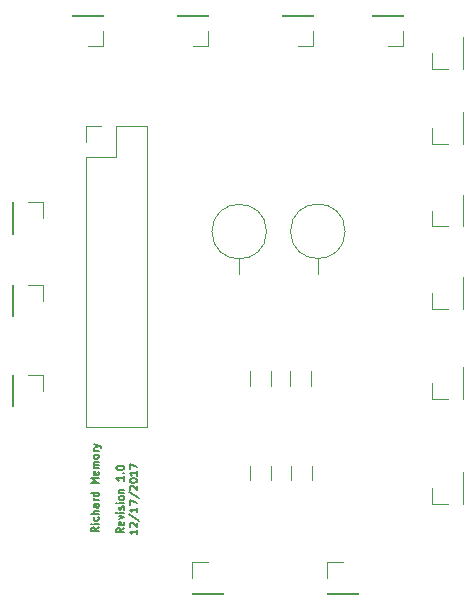
<source format=gbr>
G04 #@! TF.FileFunction,Legend,Top*
%FSLAX46Y46*%
G04 Gerber Fmt 4.6, Leading zero omitted, Abs format (unit mm)*
G04 Created by KiCad (PCBNEW 4.0.7-e2-6376~58~ubuntu16.04.1) date Mon Dec 18 21:23:22 2017*
%MOMM*%
%LPD*%
G01*
G04 APERTURE LIST*
%ADD10C,0.100000*%
%ADD11C,0.158750*%
%ADD12C,0.120000*%
G04 APERTURE END LIST*
D10*
D11*
X152284037Y-132294086D02*
X151981656Y-132505753D01*
X152284037Y-132656944D02*
X151649037Y-132656944D01*
X151649037Y-132415039D01*
X151679275Y-132354563D01*
X151709513Y-132324324D01*
X151769989Y-132294086D01*
X151860704Y-132294086D01*
X151921180Y-132324324D01*
X151951418Y-132354563D01*
X151981656Y-132415039D01*
X151981656Y-132656944D01*
X152253799Y-131780039D02*
X152284037Y-131840515D01*
X152284037Y-131961467D01*
X152253799Y-132021944D01*
X152193323Y-132052182D01*
X151951418Y-132052182D01*
X151890942Y-132021944D01*
X151860704Y-131961467D01*
X151860704Y-131840515D01*
X151890942Y-131780039D01*
X151951418Y-131749801D01*
X152011894Y-131749801D01*
X152072370Y-132052182D01*
X151860704Y-131538134D02*
X152284037Y-131386943D01*
X151860704Y-131235753D01*
X152284037Y-130993848D02*
X151860704Y-130993848D01*
X151649037Y-130993848D02*
X151679275Y-131024086D01*
X151709513Y-130993848D01*
X151679275Y-130963609D01*
X151649037Y-130993848D01*
X151709513Y-130993848D01*
X152253799Y-130721705D02*
X152284037Y-130661228D01*
X152284037Y-130540276D01*
X152253799Y-130479800D01*
X152193323Y-130449562D01*
X152163085Y-130449562D01*
X152102608Y-130479800D01*
X152072370Y-130540276D01*
X152072370Y-130630990D01*
X152042132Y-130691467D01*
X151981656Y-130721705D01*
X151951418Y-130721705D01*
X151890942Y-130691467D01*
X151860704Y-130630990D01*
X151860704Y-130540276D01*
X151890942Y-130479800D01*
X152284037Y-130177419D02*
X151860704Y-130177419D01*
X151649037Y-130177419D02*
X151679275Y-130207657D01*
X151709513Y-130177419D01*
X151679275Y-130147180D01*
X151649037Y-130177419D01*
X151709513Y-130177419D01*
X152284037Y-129784323D02*
X152253799Y-129844799D01*
X152223561Y-129875038D01*
X152163085Y-129905276D01*
X151981656Y-129905276D01*
X151921180Y-129875038D01*
X151890942Y-129844799D01*
X151860704Y-129784323D01*
X151860704Y-129693609D01*
X151890942Y-129633133D01*
X151921180Y-129602895D01*
X151981656Y-129572657D01*
X152163085Y-129572657D01*
X152223561Y-129602895D01*
X152253799Y-129633133D01*
X152284037Y-129693609D01*
X152284037Y-129784323D01*
X151860704Y-129300514D02*
X152284037Y-129300514D01*
X151921180Y-129300514D02*
X151890942Y-129270275D01*
X151860704Y-129209799D01*
X151860704Y-129119085D01*
X151890942Y-129058609D01*
X151951418Y-129028371D01*
X152284037Y-129028371D01*
X152284037Y-127909560D02*
X152284037Y-128272418D01*
X152284037Y-128090989D02*
X151649037Y-128090989D01*
X151739751Y-128151465D01*
X151800227Y-128211941D01*
X151830465Y-128272418D01*
X152223561Y-127637418D02*
X152253799Y-127607179D01*
X152284037Y-127637418D01*
X152253799Y-127667656D01*
X152223561Y-127637418D01*
X152284037Y-127637418D01*
X151649037Y-127214084D02*
X151649037Y-127153608D01*
X151679275Y-127093132D01*
X151709513Y-127062894D01*
X151769989Y-127032656D01*
X151890942Y-127002417D01*
X152042132Y-127002417D01*
X152163085Y-127032656D01*
X152223561Y-127062894D01*
X152253799Y-127093132D01*
X152284037Y-127153608D01*
X152284037Y-127214084D01*
X152253799Y-127274560D01*
X152223561Y-127304798D01*
X152163085Y-127335037D01*
X152042132Y-127365275D01*
X151890942Y-127365275D01*
X151769989Y-127335037D01*
X151709513Y-127304798D01*
X151679275Y-127274560D01*
X151649037Y-127214084D01*
X153395287Y-132445276D02*
X153395287Y-132808134D01*
X153395287Y-132626705D02*
X152760287Y-132626705D01*
X152851001Y-132687181D01*
X152911477Y-132747657D01*
X152941715Y-132808134D01*
X152820763Y-132203372D02*
X152790525Y-132173134D01*
X152760287Y-132112657D01*
X152760287Y-131961467D01*
X152790525Y-131900991D01*
X152820763Y-131870753D01*
X152881239Y-131840514D01*
X152941715Y-131840514D01*
X153032430Y-131870753D01*
X153395287Y-132233610D01*
X153395287Y-131840514D01*
X152730049Y-131114800D02*
X153546477Y-131659086D01*
X153395287Y-130570514D02*
X153395287Y-130933372D01*
X153395287Y-130751943D02*
X152760287Y-130751943D01*
X152851001Y-130812419D01*
X152911477Y-130872895D01*
X152941715Y-130933372D01*
X152760287Y-130358848D02*
X152760287Y-129935514D01*
X153395287Y-130207657D01*
X152730049Y-129240038D02*
X153546477Y-129784324D01*
X152820763Y-129058610D02*
X152790525Y-129028372D01*
X152760287Y-128967895D01*
X152760287Y-128816705D01*
X152790525Y-128756229D01*
X152820763Y-128725991D01*
X152881239Y-128695752D01*
X152941715Y-128695752D01*
X153032430Y-128725991D01*
X153395287Y-129088848D01*
X153395287Y-128695752D01*
X152760287Y-128302657D02*
X152760287Y-128242181D01*
X152790525Y-128181705D01*
X152820763Y-128151467D01*
X152881239Y-128121229D01*
X153002192Y-128090990D01*
X153153382Y-128090990D01*
X153274335Y-128121229D01*
X153334811Y-128151467D01*
X153365049Y-128181705D01*
X153395287Y-128242181D01*
X153395287Y-128302657D01*
X153365049Y-128363133D01*
X153334811Y-128393371D01*
X153274335Y-128423610D01*
X153153382Y-128453848D01*
X153002192Y-128453848D01*
X152881239Y-128423610D01*
X152820763Y-128393371D01*
X152790525Y-128363133D01*
X152760287Y-128302657D01*
X153395287Y-127486228D02*
X153395287Y-127849086D01*
X153395287Y-127667657D02*
X152760287Y-127667657D01*
X152851001Y-127728133D01*
X152911477Y-127788609D01*
X152941715Y-127849086D01*
X152760287Y-127274562D02*
X152760287Y-126851228D01*
X153395287Y-127123371D01*
X150147262Y-132216072D02*
X149844881Y-132427739D01*
X150147262Y-132578930D02*
X149512262Y-132578930D01*
X149512262Y-132337025D01*
X149542500Y-132276549D01*
X149572738Y-132246310D01*
X149633214Y-132216072D01*
X149723929Y-132216072D01*
X149784405Y-132246310D01*
X149814643Y-132276549D01*
X149844881Y-132337025D01*
X149844881Y-132578930D01*
X150147262Y-131943930D02*
X149723929Y-131943930D01*
X149512262Y-131943930D02*
X149542500Y-131974168D01*
X149572738Y-131943930D01*
X149542500Y-131913691D01*
X149512262Y-131943930D01*
X149572738Y-131943930D01*
X150117024Y-131369406D02*
X150147262Y-131429882D01*
X150147262Y-131550834D01*
X150117024Y-131611310D01*
X150086786Y-131641549D01*
X150026310Y-131671787D01*
X149844881Y-131671787D01*
X149784405Y-131641549D01*
X149754167Y-131611310D01*
X149723929Y-131550834D01*
X149723929Y-131429882D01*
X149754167Y-131369406D01*
X150147262Y-131097263D02*
X149512262Y-131097263D01*
X150147262Y-130825120D02*
X149814643Y-130825120D01*
X149754167Y-130855358D01*
X149723929Y-130915834D01*
X149723929Y-131006548D01*
X149754167Y-131067024D01*
X149784405Y-131097263D01*
X150147262Y-130250596D02*
X149814643Y-130250596D01*
X149754167Y-130280834D01*
X149723929Y-130341310D01*
X149723929Y-130462262D01*
X149754167Y-130522739D01*
X150117024Y-130250596D02*
X150147262Y-130311072D01*
X150147262Y-130462262D01*
X150117024Y-130522739D01*
X150056548Y-130552977D01*
X149996071Y-130552977D01*
X149935595Y-130522739D01*
X149905357Y-130462262D01*
X149905357Y-130311072D01*
X149875119Y-130250596D01*
X150147262Y-129948215D02*
X149723929Y-129948215D01*
X149844881Y-129948215D02*
X149784405Y-129917976D01*
X149754167Y-129887738D01*
X149723929Y-129827262D01*
X149723929Y-129766786D01*
X150147262Y-129282977D02*
X149512262Y-129282977D01*
X150117024Y-129282977D02*
X150147262Y-129343453D01*
X150147262Y-129464405D01*
X150117024Y-129524881D01*
X150086786Y-129555120D01*
X150026310Y-129585358D01*
X149844881Y-129585358D01*
X149784405Y-129555120D01*
X149754167Y-129524881D01*
X149723929Y-129464405D01*
X149723929Y-129343453D01*
X149754167Y-129282977D01*
X150147262Y-128496786D02*
X149512262Y-128496786D01*
X149965833Y-128285119D01*
X149512262Y-128073452D01*
X150147262Y-128073452D01*
X150117024Y-127529167D02*
X150147262Y-127589643D01*
X150147262Y-127710595D01*
X150117024Y-127771072D01*
X150056548Y-127801310D01*
X149814643Y-127801310D01*
X149754167Y-127771072D01*
X149723929Y-127710595D01*
X149723929Y-127589643D01*
X149754167Y-127529167D01*
X149814643Y-127498929D01*
X149875119Y-127498929D01*
X149935595Y-127801310D01*
X150147262Y-127226786D02*
X149723929Y-127226786D01*
X149784405Y-127226786D02*
X149754167Y-127196547D01*
X149723929Y-127136071D01*
X149723929Y-127045357D01*
X149754167Y-126984881D01*
X149814643Y-126954643D01*
X150147262Y-126954643D01*
X149814643Y-126954643D02*
X149754167Y-126924405D01*
X149723929Y-126863928D01*
X149723929Y-126773214D01*
X149754167Y-126712738D01*
X149814643Y-126682500D01*
X150147262Y-126682500D01*
X150147262Y-126289404D02*
X150117024Y-126349880D01*
X150086786Y-126380119D01*
X150026310Y-126410357D01*
X149844881Y-126410357D01*
X149784405Y-126380119D01*
X149754167Y-126349880D01*
X149723929Y-126289404D01*
X149723929Y-126198690D01*
X149754167Y-126138214D01*
X149784405Y-126107976D01*
X149844881Y-126077738D01*
X150026310Y-126077738D01*
X150086786Y-126107976D01*
X150117024Y-126138214D01*
X150147262Y-126198690D01*
X150147262Y-126289404D01*
X150147262Y-125805595D02*
X149723929Y-125805595D01*
X149844881Y-125805595D02*
X149784405Y-125775356D01*
X149754167Y-125745118D01*
X149723929Y-125684642D01*
X149723929Y-125624166D01*
X149723929Y-125472976D02*
X150147262Y-125321785D01*
X149723929Y-125170595D02*
X150147262Y-125321785D01*
X150298452Y-125382261D01*
X150328690Y-125412500D01*
X150358929Y-125472976D01*
D12*
X164362000Y-107188000D02*
G75*
G03X164362000Y-107188000I-2310000J0D01*
G01*
X162052000Y-109498000D02*
X162052000Y-110768000D01*
X171016800Y-107162600D02*
G75*
G03X171016800Y-107162600I-2310000J0D01*
G01*
X168706800Y-109472600D02*
X168706800Y-110742600D01*
X168189800Y-127009600D02*
X168189800Y-128209600D01*
X166429800Y-128209600D02*
X166429800Y-127009600D01*
X168139000Y-119034000D02*
X168139000Y-120234000D01*
X166379000Y-120234000D02*
X166379000Y-119034000D01*
X164710000Y-119034000D02*
X164710000Y-120234000D01*
X162950000Y-120234000D02*
X162950000Y-119034000D01*
X164760800Y-127009600D02*
X164760800Y-128209600D01*
X163000800Y-128209600D02*
X163000800Y-127009600D01*
X149038000Y-123758000D02*
X154238000Y-123758000D01*
X149038000Y-100838000D02*
X149038000Y-123758000D01*
X154238000Y-98238000D02*
X154238000Y-123758000D01*
X149038000Y-100838000D02*
X151638000Y-100838000D01*
X151638000Y-100838000D02*
X151638000Y-98238000D01*
X151638000Y-98238000D02*
X154238000Y-98238000D01*
X149038000Y-99568000D02*
X149038000Y-98238000D01*
X149038000Y-98238000D02*
X150368000Y-98238000D01*
X181035000Y-106740000D02*
X181035000Y-104080000D01*
X180975000Y-106740000D02*
X181035000Y-106740000D01*
X180975000Y-104080000D02*
X181035000Y-104080000D01*
X180975000Y-106740000D02*
X180975000Y-104080000D01*
X179705000Y-106740000D02*
X178375000Y-106740000D01*
X178375000Y-106740000D02*
X178375000Y-105410000D01*
X181035000Y-121345000D02*
X181035000Y-118685000D01*
X180975000Y-121345000D02*
X181035000Y-121345000D01*
X180975000Y-118685000D02*
X181035000Y-118685000D01*
X180975000Y-121345000D02*
X180975000Y-118685000D01*
X179705000Y-121345000D02*
X178375000Y-121345000D01*
X178375000Y-121345000D02*
X178375000Y-120015000D01*
X142815000Y-104715000D02*
X142815000Y-107375000D01*
X142875000Y-104715000D02*
X142815000Y-104715000D01*
X142875000Y-107375000D02*
X142815000Y-107375000D01*
X142875000Y-104715000D02*
X142875000Y-107375000D01*
X144145000Y-104715000D02*
X145475000Y-104715000D01*
X145475000Y-104715000D02*
X145475000Y-106045000D01*
X150555000Y-88840000D02*
X147895000Y-88840000D01*
X150555000Y-88900000D02*
X150555000Y-88840000D01*
X147895000Y-88900000D02*
X147895000Y-88840000D01*
X150555000Y-88900000D02*
X147895000Y-88900000D01*
X150555000Y-90170000D02*
X150555000Y-91500000D01*
X150555000Y-91500000D02*
X149225000Y-91500000D01*
X159445000Y-88840000D02*
X156785000Y-88840000D01*
X159445000Y-88900000D02*
X159445000Y-88840000D01*
X156785000Y-88900000D02*
X156785000Y-88840000D01*
X159445000Y-88900000D02*
X156785000Y-88900000D01*
X159445000Y-90170000D02*
X159445000Y-91500000D01*
X159445000Y-91500000D02*
X158115000Y-91500000D01*
X181035000Y-130235000D02*
X181035000Y-127575000D01*
X180975000Y-130235000D02*
X181035000Y-130235000D01*
X180975000Y-127575000D02*
X181035000Y-127575000D01*
X180975000Y-130235000D02*
X180975000Y-127575000D01*
X179705000Y-130235000D02*
X178375000Y-130235000D01*
X178375000Y-130235000D02*
X178375000Y-128905000D01*
X181035000Y-93405000D02*
X181035000Y-90745000D01*
X180975000Y-93405000D02*
X181035000Y-93405000D01*
X180975000Y-90745000D02*
X181035000Y-90745000D01*
X180975000Y-93405000D02*
X180975000Y-90745000D01*
X179705000Y-93405000D02*
X178375000Y-93405000D01*
X178375000Y-93405000D02*
X178375000Y-92075000D01*
X181035000Y-113725000D02*
X181035000Y-111065000D01*
X180975000Y-113725000D02*
X181035000Y-113725000D01*
X180975000Y-111065000D02*
X181035000Y-111065000D01*
X180975000Y-113725000D02*
X180975000Y-111065000D01*
X179705000Y-113725000D02*
X178375000Y-113725000D01*
X178375000Y-113725000D02*
X178375000Y-112395000D01*
X175955000Y-88840000D02*
X173295000Y-88840000D01*
X175955000Y-88900000D02*
X175955000Y-88840000D01*
X173295000Y-88900000D02*
X173295000Y-88840000D01*
X175955000Y-88900000D02*
X173295000Y-88900000D01*
X175955000Y-90170000D02*
X175955000Y-91500000D01*
X175955000Y-91500000D02*
X174625000Y-91500000D01*
X168335000Y-88840000D02*
X165675000Y-88840000D01*
X168335000Y-88900000D02*
X168335000Y-88840000D01*
X165675000Y-88900000D02*
X165675000Y-88840000D01*
X168335000Y-88900000D02*
X165675000Y-88900000D01*
X168335000Y-90170000D02*
X168335000Y-91500000D01*
X168335000Y-91500000D02*
X167005000Y-91500000D01*
X142815000Y-119320000D02*
X142815000Y-121980000D01*
X142875000Y-119320000D02*
X142815000Y-119320000D01*
X142875000Y-121980000D02*
X142815000Y-121980000D01*
X142875000Y-119320000D02*
X142875000Y-121980000D01*
X144145000Y-119320000D02*
X145475000Y-119320000D01*
X145475000Y-119320000D02*
X145475000Y-120650000D01*
X158055000Y-137855000D02*
X160715000Y-137855000D01*
X158055000Y-137795000D02*
X158055000Y-137855000D01*
X160715000Y-137795000D02*
X160715000Y-137855000D01*
X158055000Y-137795000D02*
X160715000Y-137795000D01*
X158055000Y-136525000D02*
X158055000Y-135195000D01*
X158055000Y-135195000D02*
X159385000Y-135195000D01*
X142815000Y-111700000D02*
X142815000Y-114360000D01*
X142875000Y-111700000D02*
X142815000Y-111700000D01*
X142875000Y-114360000D02*
X142815000Y-114360000D01*
X142875000Y-111700000D02*
X142875000Y-114360000D01*
X144145000Y-111700000D02*
X145475000Y-111700000D01*
X145475000Y-111700000D02*
X145475000Y-113030000D01*
X169485000Y-137855000D02*
X172145000Y-137855000D01*
X169485000Y-137795000D02*
X169485000Y-137855000D01*
X172145000Y-137795000D02*
X172145000Y-137855000D01*
X169485000Y-137795000D02*
X172145000Y-137795000D01*
X169485000Y-136525000D02*
X169485000Y-135195000D01*
X169485000Y-135195000D02*
X170815000Y-135195000D01*
X181035000Y-99755000D02*
X181035000Y-97095000D01*
X180975000Y-99755000D02*
X181035000Y-99755000D01*
X180975000Y-97095000D02*
X181035000Y-97095000D01*
X180975000Y-99755000D02*
X180975000Y-97095000D01*
X179705000Y-99755000D02*
X178375000Y-99755000D01*
X178375000Y-99755000D02*
X178375000Y-98425000D01*
M02*

</source>
